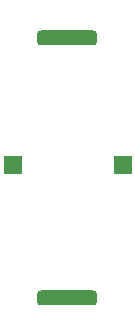
<source format=gbp>
G04*
G04 #@! TF.GenerationSoftware,Altium Limited,Altium Designer,18.1.7 (191)*
G04*
G04 Layer_Color=128*
%FSLAX24Y24*%
%MOIN*%
G70*
G01*
G75*
G04:AMPARAMS|DCode=65|XSize=50mil|YSize=200mil|CornerRadius=12.5mil|HoleSize=0mil|Usage=FLASHONLY|Rotation=90.000|XOffset=0mil|YOffset=0mil|HoleType=Round|Shape=RoundedRectangle|*
%AMROUNDEDRECTD65*
21,1,0.0500,0.1750,0,0,90.0*
21,1,0.0250,0.2000,0,0,90.0*
1,1,0.0250,0.0875,0.0125*
1,1,0.0250,0.0875,-0.0125*
1,1,0.0250,-0.0875,-0.0125*
1,1,0.0250,-0.0875,0.0125*
%
%ADD65ROUNDEDRECTD65*%
%ADD66R,0.0618X0.0598*%
D65*
X70315Y26132D02*
D03*
Y17470D02*
D03*
D66*
X72165Y21880D02*
D03*
X68484D02*
D03*
M02*

</source>
